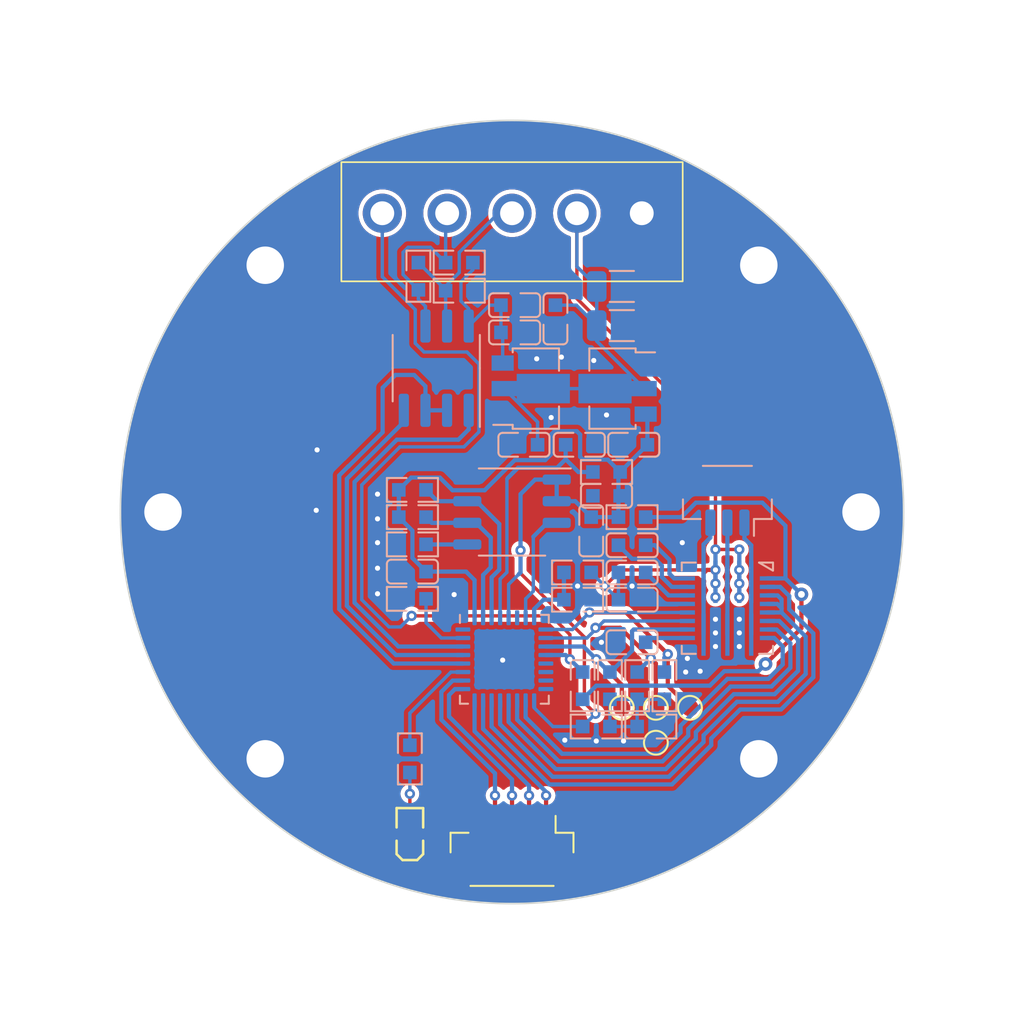
<source format=kicad_pcb>
(kicad_pcb (version 20221018) (generator pcbnew)
  (layers (0 "F.Cu" signal) (31 "B.Cu" signal) (34 "B.Paste" user) (35 "F.Paste" user) (36 "B.SilkS" user "B.Silkscreen") (37 "F.SilkS" user "F.Silkscreen") (38 "B.Mask" user) (39 "F.Mask" user) (44 "Edge.Cuts" user))
  (net 0 "")
  (net 1 "/Driver/CP2")
  (net 2 "GND")
  (net 3 "/Driver/CP1")
  (net 4 "VBUS")
  (net 5 "/Driver/VCP")
  (net 6 "+3V3")
  (net 7 "/Driver/VG")
  (net 8 "/Driver/SOC")
  (net 9 "/Driver/SOB")
  (net 10 "/Driver/SOA")
  (net 11 "/Driver/U")
  (net 12 "/Driver/V")
  (net 13 "/Driver/W")
  (net 14 "/MCU/SWDIO")
  (net 15 "/MCU/SWCLK")
  (net 16 "/Encoder/SDA")
  (net 17 "/Encoder/SCL")
  (net 18 "Net-(U2-PGO)")
  (net 19 "/Encoder/OUT")
  (net 20 "/MCU/nRST")
  (net 21 "/MCU/TXD")
  (net 22 "/MCU/RXD")
  (net 23 "/MCU/RS485_DIR")
  (net 24 "/Driver/nFLT")
  (net 25 "/Driver/nSLP")
  (net 26 "/Driver/ENA")
  (net 27 "/Driver/PWMA")
  (net 28 "/Driver/PWMB")
  (net 29 "/Driver/PWMC")
  (net 30 "+5V")
  (net 31 "/RS485/A+")
  (net 32 "/RS485/B-")
  (net 33 "Net-(R1-Pad2)")
  (net 34 "/MCU/BOOT0")
  (net 36 "/MCU/ADC_VBUS")
  (net 42 "/MCU/UART2_RXD")
  (net 43 "/MCU/UART2_TXD")
  (net 44 "BRK")
  (net 45 "Net-(D1-A)")
  (net 46 "/MCU/LED")
  (footprint "Connector_JST:JST_SH_BM05B-SRSS-TB_1x05-1MP_P1.00mm_Vertical" (layer "F.Cu") (at 140 109.95 180)
    (fp_text reference "J2" hide)
    (fp_text value "Debug")
  )
  (footprint "TestPoint:TestPoint_Pad_D1.0mm" (layer "F.Cu") (at 148.45 103.55)
    (fp_text reference "TP4" hide)
    (fp_text value "TestPoint")
  )
  (footprint "TestPoint:TestPoint_Pad_D1.0mm" (layer "F.Cu") (at 146.45 101.5)
    (fp_text reference "TP3" hide)
    (fp_text value "TestPoint")
  )
  (footprint "myDevice:0603_LED" (layer "F.Cu") (at 134 108.92 90)
    (fp_text reference "D1" hide)
    (fp_text value "LED")
  )
  (footprint "myLib:KF2EDGV" (layer "F.Cu") (at 140 72.45)
    (fp_text reference "J3" hide)
    (fp_text value "KF2EDGV")
  )
  (footprint "TestPoint:TestPoint_Pad_D1.0mm" (layer "F.Cu") (at 150.45 101.5)
    (fp_text reference "TP1" hide)
    (fp_text value "TestPoint")
  )
  (footprint "TestPoint:TestPoint_Pad_D1.0mm" (layer "F.Cu") (at 148.45 101.5)
    (fp_text reference "TP2" hide)
    (fp_text value "TestPoint")
  )
  (footprint "Connector_JST:JST_SH_BM03B-SRSS-TB_1x03-1MP_P1.00mm_Vertical" (layer "B.Cu") (at 152.65 89.3 180)
    (fp_text reference "J1" hide)
    (fp_text value "Motor")
  )
  (footprint "myDevice:0603_C" (layer "B.Cu") (at 134.15 93.5 180)
    (fp_text reference "C21" hide)
    (fp_text value "100nF")
  )
  (footprint "myDevice:0603_C" (layer "B.Cu") (at 140.15 77.85)
    (fp_text reference "C12" hide)
    (fp_text value "1uF")
  )
  (footprint "myDevice:0603_R" (layer "B.Cu") (at 136.9 77 180)
    (fp_text reference "R11" hide)
    (fp_text value "10K" hide)
  )
  (footprint "myDevice:0603_R" (layer "B.Cu") (at 147.05 90.3)
    (fp_text reference "R13" hide)
    (fp_text value "10K" hide)
  )
  (footprint "myDevice:0603_C" (layer "B.Cu") (at 140.15 79.45)
    (fp_text reference "C7" hide)
    (fp_text value "4.7uF")
  )
  (footprint "myDevice:0603_R" (layer "B.Cu") (at 145.55 87.65)
    (fp_text reference "R10" hide)
    (fp_text value "10K" hide)
  )
  (footprint "myDevice:0603_R" (layer "B.Cu") (at 144.15 100.2 90)
    (fp_text reference "R15" hide)
    (fp_text value "10K" hide)
  )
  (footprint "MountingHole:MountingHole_2.2mm_M2_Pad_TopBottom" (layer "B.Cu") (at 119.5 90 180)
    (fp_text reference "H1" hide)
    (fp_text value "MountingHole_Pad")
  )
  (footprint "Capacitor_SMD:C_1206_3216Metric" (layer "B.Cu") (at 146.45 76.75)
    (fp_text reference "C8" hide)
    (fp_text value "10uF")
  )
  (footprint "MountingHole:MountingHole_2.2mm_M2_Pad_TopBottom" (layer "B.Cu") (at 154.495688 104.495688 180)
    (fp_text reference "H3" hide)
    (fp_text value "MountingHole_Pad")
  )
  (footprint "myDevice:0603_R" (layer "B.Cu") (at 148.15 102.6)
    (fp_text reference "R9" hide)
    (fp_text value "5K" hide)
  )
  (footprint "myDevice:0603_C" (layer "B.Cu") (at 142.55 78.65 -90)
    (fp_text reference "C15" hide)
    (fp_text value "4.7uF")
  )
  (footprint "myLib:QFN-26(5x5)" (layer "B.Cu") (at 152.65 95.649937 180)
    (fp_text reference "U1" hide)
    (fp_text value "MP6540" hide)
  )
  (footprint "MountingHole:MountingHole_2.2mm_M2_Pad_TopBottom" (layer "B.Cu") (at 160.5 90 180)
    (fp_text reference "H4" hide)
    (fp_text value "MountingHole_Pad")
  )
  (footprint "MountingHole:MountingHole_2.2mm_M2_Pad_TopBottom" (layer "B.Cu") (at 125.504312 104.495688 180)
    (fp_text reference "H2" hide)
    (fp_text value "MountingHole_Pad")
  )
  (footprint "myDevice:0603_R" (layer "B.Cu") (at 134.15 88.7 180)
    (fp_text reference "R4" hide)
    (fp_text value "4.7K" hide)
  )
  (footprint "myDevice:0603_R" (layer "B.Cu") (at 143.85 95.15)
    (fp_text reference "R18" hide)
    (fp_text value "1K" hide)
  )
  (footprint "Capacitor_SMD:C_1206_3216Metric" (layer "B.Cu") (at 146.45 79.05)
    (fp_text reference "C9" hide)
    (fp_text value "10uF")
  )
  (footprint "myDevice:0603_R" (layer "B.Cu") (at 134 104.5 90)
    (fp_text reference "R16" hide)
    (fp_text value "1K" hide)
  )
  (footprint "Package_TO_SOT_SMD:SOT-89-3" (layer "B.Cu") (at 141.4 82.75)
    (fp_text reference "U4" hide)
    (fp_text value "HT7150")
  )
  (footprint "Package_SO:SOIC-8_3.9x4.9mm_P1.27mm" (layer "B.Cu") (at 135.55 81.55 90)
    (fp_text reference "U5" hide)
    (fp_text value "MAX3485")
  )
  (footprint "myDevice:0603_C" (layer "B.Cu") (at 140.7 86.05 180)
    (fp_text reference "C3" hide)
    (fp_text value "4.7uF")
  )
  (footprint "myDevice:0603_R" (layer "B.Cu") (at 148.95 100.2 -90)
    (fp_text reference "R1" hide)
    (fp_text value "5K" hide)
  )
  (footprint "MountingHole:MountingHole_2.2mm_M2_Pad_TopBottom" (layer "B.Cu") (at 154.495689 75.504311 180)
    (fp_text reference "H5" hide)
    (fp_text value "MountingHole_Pad")
  )
  (footprint "myDevice:0603_R" (layer "B.Cu") (at 144.95 102.6)
    (fp_text reference "R8" hide)
    (fp_text value "5K" hide)
  )
  (footprint "myDevice:0603_C" (layer "B.Cu") (at 145.55 89.05)
    (fp_text reference "C23" hide)
    (fp_text value "4.7uF")
  )
  (footprint "myDevice:0603_R" (layer "B.Cu") (at 136.9 75.35)
    (fp_text reference "R14" hide)
    (fp_text value "10K" hide)
  )
  (footprint "myDevice:0603_R" (layer "B.Cu") (at 145.75 100.199999 -90)
    (fp_text reference "R6" hide)
    (fp_text value "5K" hide)
  )
  (footprint "myDevice:0603_R" (layer "B.Cu") (at 134.15 90.3 180)
    (fp_text reference "R3" hide)
    (fp_text value "4.7K" hide)
  )
  (footprint "Package_TO_SOT_SMD:SOT-89-3" (layer "B.Cu") (at 145.9 82.75 180)
    (fp_text reference "U3" hide)
    (fp_text value "HT7533")
  )
  (footprint "myDevice:0603_R" (layer "B.Cu") (at 134.15 95.1)
    (fp_text reference "R7" hide)
    (fp_text value "10K" hide)
  )
  (footprint "myDevice:0603_C" (layer "B.Cu") (at 147.05 91.95 180)
    (fp_text reference "C1" hide)
    (fp_text value "0.1uF")
  )
  (footprint "myDevice:0603_C" (layer "B.Cu") (at 147.05 93.55)
    (fp_text reference "C5" hide)
    (fp_text value "1uF")
  )
  (footprint "myDevice:0603_R" (layer "B.Cu") (at 143.85 93.55 180)
    (fp_text reference "R17" hide)
    (fp_text value "5K" hide)
  )
  (footprint "myDevice:0603_R" (layer "B.Cu") (at 134.15 91.9)
    (fp_text reference "R2" hide)
    (fp_text value "0R" hide)
  )
  (footprint "MountingHole:MountingHole_2.2mm_M2_Pad_TopBottom" (layer "B.Cu") (at 125.504312 75.504312 180)
    (fp_text reference "H6" hide)
    (fp_text value "MountingHole_Pad")
  )
  (footprint "myDevice:0603_C" (layer "B.Cu") (at 144.65 91.1 90)
    (fp_text reference "C6" hide)
    (fp_text value "0.1uF")
  )
  (footprint "myDevice:0603_C" (layer "B.Cu") (at 143.95 86.05 180)
    (fp_text reference "C2" hide)
    (fp_text value "100nF")
  )
  (footprint "myDevice:0603_C" (layer "B.Cu") (at 147.15 86.05 180)
    (fp_text reference "C16" hide)
    (fp_text value "4.7uF")
  )
  (footprint "myDevice:0603_C" (layer "B.Cu") (at 147.05 95.15)
    (fp_text reference "C11" hide)
    (fp_text value "0.1uF")
  )
  (footprint "myDevice:0603_C" (layer "B.Cu") (at 147.05 97.65)
    (fp_text reference "C10" hide)
    (fp_text value "4.7uF")
  )
  (footprint "myDevice:0603_R" (layer "B.Cu") (at 147.35 100.2 -90)
    (fp_text reference "R5" hide)
    (fp_text value "5K" hide)
  )
  (footprint "Package_SO:SOP-8_3.9x4.9mm_P1.27mm" (layer "B.Cu") (at 140 90 180)
    (fp_text reference "U2" hide)
    (fp_text value "AS5600")
  )
  (footprint "Package_DFN_QFN:QFN-32-1EP_5x5mm_P0.5mm_EP3.3x3.3mm" (layer "B.Cu") (at 139.55 98.65 -90)
    (fp_text reference "U6" hide)
    (fp_text value "CW32F030K8")
  )
  (footprint "myDevice:0603_R" (layer "B.Cu") (at 134.5 76.15 -90)
    (fp_text reference "R12" hide)
    (fp_text value "120R" hide)
  )
  (gr_circle (center 140 90) (end 163 90) (stroke (width 0.1)) (fill none) (layer "Edge.Cuts"))
  (segment (start 149.25 92.813604) (end 148.386396 91.95) (width 0.25) (layer "B.Cu") (net 1))
  (segment (start 148.386396 91.95) (end 147.85 91.95) (width 0.25) (layer "B.Cu") (net 1))
  (segment (start 149.522288 93.899496) (end 149.25 93.627208) (width 0.25) (layer "B.Cu") (net 1))
  (segment (start 150.3 93.899496) (end 149.522288 93.899496) (width 0.25) (layer "B.Cu") (net 1))
  (segment (start 149.25 93.627208) (end 149.25 92.813604) (width 0.25) (layer "B.Cu") (net 1))
  (via (at 143.85 94.35) (size 0.6) (drill 0.3) (layers "F.Cu" "B.Cu") (net 2))
  (via (at 146.55 103.45) (size 0.6) (drill 0.3) (layers "F.Cu" "B.Cu") (net 2))
  (via (at 128.55 86.35) (size 0.6) (drill 0.3) (layers "F.Cu" "B.Cu") (net 2))
  (via (at 153.35 97.9) (size 0.6) (drill 0.3) (layers "F.Cu" "B.Cu") (net 2))
  (via (at 144.8 81.1) (size 0.6) (drill 0.3) (layers "F.Cu" "B.Cu") (net 2))
  (via (at 132.1 88.95) (size 0.6) (drill 0.3) (layers "F.Cu" "B.Cu") (net 2))
  (via (at 145.55 84.3) (size 0.6) (drill 0.3) (layers "F.Cu" "B.Cu") (net 2))
  (via (at 150.3 98.6) (size 0.6) (drill 0.3) (layers "F.Cu" "B.Cu") (net 2))
  (via (at 151.05 99.35) (size 0.6) (drill 0.3) (layers "F.Cu" "B.Cu") (net 2))
  (via (at 132.1 93.3) (size 0.6) (drill 0.3) (layers "F.Cu" "B.Cu") (net 2))
  (via (at 151.95 97.1) (size 0.6) (drill 0.3) (layers "F.Cu" "B.Cu") (net 2))
  (via (at 141.45 81) (size 0.6) (drill 0.3) (layers "F.Cu" "B.Cu") (net 2))
  (via (at 151.95 97.9) (size 0.6) (drill 0.3) (layers "F.Cu" "B.Cu") (net 2))
  (via (at 145.25 97.65) (size 0.6) (drill 0.3) (layers "F.Cu" "B.Cu") (net 2))
  (via (at 150.2 99.4) (size 0.6) (drill 0.3) (layers "F.Cu" "B.Cu") (net 2))
  (via (at 132.1 91.8) (size 0.6) (drill 0.3) (layers "F.Cu" "B.Cu") (net 2))
  (via (at 150 91.8) (size 0.6) (drill 0.3) (layers "F.Cu" "B.Cu") (net 2))
  (via (at 142.3 84.45) (size 0.6) (drill 0.3) (layers "F.Cu" "B.Cu") (net 2))
  (via (at 153.35 96.3) (size 0.6) (drill 0.3) (layers "F.Cu" "B.Cu") (net 2))
  (via (at 144.95 103.45) (size 0.6) (drill 0.3) (layers "F.Cu" "B.Cu") (net 2))
  (via (at 132.1 94.8) (size 0.6) (drill 0.3) (layers "F.Cu" "B.Cu") (net 2))
  (via (at 139.45 98.7) (size 0.6) (drill 0.3) (layers "F.Cu" "B.Cu") (net 2))
  (via (at 136.6 94.85) (size 0.6) (drill 0.3) (layers "F.Cu" "B.Cu") (net 2))
  (via (at 143.1 103.4) (size 0.6) (drill 0.3) (layers "F.Cu" "B.Cu") (net 2))
  (via (at 128.5 89.9) (size 0.6) (drill 0.3) (layers "F.Cu" "B.Cu") (net 2))
  (via (at 142.9 80.9) (size 0.6) (drill 0.3) (layers "F.Cu" "B.Cu") (net 2))
  (via (at 153.35 97.1) (size 0.6) (drill 0.3) (layers "F.Cu" "B.Cu") (net 2))
  (via (at 132.1 90.4) (size 0.6) (drill 0.3) (layers "F.Cu" "B.Cu") (net 2))
  (via (at 147.05 94.35) (size 0.6) (drill 0.3) (layers "F.Cu" "B.Cu") (net 2))
  (via (at 151.95 96.3) (size 0.6) (drill 0.3) (layers "F.Cu" "B.Cu") (net 2))
  (segment (start 148.099874 95.399874) (end 147.85 95.15) (width 0.25) (layer "B.Cu") (net 2))
  (segment (start 151.05 99.35) (end 151.331624 99.35) (width 0.25) (layer "B.Cu") (net 2))
  (segment (start 153.350126 98.694536) (end 153.35 97.9) (width 0.25) (layer "B.Cu") (net 2))
  (segment (start 151.331624 99.35) (end 151.781624 98.9) (width 0.25) (layer "B.Cu") (net 2))
  (segment (start 151.781624 98.9) (end 153.144662 98.9) (width 0.25) (layer "B.Cu") (net 2))
  (segment (start 150.3 95.399874) (end 148.099874 95.399874) (width 0.25) (layer "B.Cu") (net 2))
  (segment (start 153.350126 97.199936) (end 153.35 97.1) (width 0.25) (layer "B.Cu") (net 2))
  (segment (start 153.35 97.1) (end 153.35 97.9) (width 0.25) (layer "B.Cu") (net 2))
  (segment (start 147.85 95.15) (end 147.05 94.35) (width 0.25) (layer "B.Cu") (net 2))
  (segment (start 153.144662 98.9) (end 153.350126 98.694536) (width 0.25) (layer "B.Cu") (net 2))
  (segment (start 150.3 94.399622) (end 149.386018 94.399622) (width 0.25) (layer "B.Cu") (net 3))
  (segment (start 148.8 93.813604) (end 148.8 93.15) (width 0.25) (layer "B.Cu") (net 3))
  (segment (start 148.4 92.75) (end 147.05 92.75) (width 0.25) (layer "B.Cu") (net 3))
  (segment (start 149.386018 94.399622) (end 148.8 93.813604) (width 0.25) (layer "B.Cu") (net 3))
  (segment (start 147.05 92.75) (end 146.25 91.95) (width 0.25) (layer "B.Cu") (net 3))
  (segment (start 148.8 93.15) (end 148.4 92.75) (width 0.25) (layer "B.Cu") (net 3))
  (segment (start 151.45 93.4) (end 151.3 93.55) (width 0.25) (layer "F.Cu") (net 4))
  (segment (start 151.15 93.4) (end 151.3 93.55) (width 0.2) (layer "F.Cu") (net 4))
  (segment (start 151.95 92.2) (end 153.35 92.2) (width 0.2) (layer "F.Cu") (net 4))
  (segment (start 145.45 94.35) (end 146.4 93.4) (width 0.2) (layer "F.Cu") (net 4))
  (segment (start 151.95 85.6) (end 151.95 92.2) (width 0.2) (layer "F.Cu") (net 4))
  (segment (start 151.95 93.4) (end 151.45 93.4) (width 0.25) (layer "F.Cu") (net 4))
  (segment (start 153.35 92.2) (end 153.35 95) (width 0.2) (layer "F.Cu") (net 4))
  (segment (start 146.4 93.4) (end 151.15 93.4) (width 0.2) (layer "F.Cu") (net 4))
  (segment (start 151.95 92.2) (end 151.95 95) (width 0.2) (layer "F.Cu") (net 4))
  (segment (start 143.81 77.46) (end 151.95 85.6) (width 0.2) (layer "F.Cu") (net 4))
  (segment (start 143.81 72.45) (end 143.81 77.46) (width 0.2) (layer "F.Cu") (net 4))
  (via (at 151.95 95) (size 0.6) (drill 0.3) (layers "F.Cu" "B.Cu") (net 4))
  (via (at 153.35 94.2) (size 0.6) (drill 0.3) (layers "F.Cu" "B.Cu") (net 4))
  (via (at 151.95 93.4) (size 0.6) (drill 0.3) (layers "F.Cu" "B.Cu") (net 4))
  (via (at 153.35 93.4) (size 0.6) (drill 0.3) (layers "F.Cu" "B.Cu") (net 4))
  (via (at 151.95 94.2) (size 0.6) (drill 0.3) (layers "F.Cu" "B.Cu") (net 4))
  (via (at 153.35 95) (size 0.6) (drill 0.3) (layers "F.Cu" "B.Cu") (net 4))
  (via (at 145.45 94.35) (size 0.6) (drill 0.3) (layers "F.Cu" "B.Cu") (net 4))
  (via (at 151.95 92.2) (size 0.6) (drill 0.3) (layers "F.Cu" "B.Cu") (net 4))
  (via (at 153.35 92.2) (size 0.6) (drill 0.3) (layers "F.Cu" "B.Cu") (net 4))
  (segment (start 151.949874 92.200126) (end 151.95 92.2) (width 0.25) (layer "B.Cu") (net 4))
  (segment (start 151.949874 94.099938) (end 151.95 94.2) (width 0.25) (layer "B.Cu") (net 4))
  (segment (start 153.350126 92.200126) (end 153.35 92.2) (width 0.25) (layer "B.Cu") (net 4))
  (segment (start 141.5 86.05) (end 141.5 84.7125) (width 0.2) (layer "B.Cu") (net 4))
  (segment (start 151.95 93.4) (end 151.949874 92.200126) (width 0.25) (layer "B.Cu") (net 4))
  (segment (start 146.25 95.15) (end 146.25 93.55) (width 0.2) (layer "B.Cu") (net 4))
  (segment (start 144.975 79.05) (end 144.975 79.9625) (width 0.2) (layer "B.Cu") (net 4))
  (segment (start 153.350126 94.099938) (end 153.35 94.2) (width 0.25) (layer "B.Cu") (net 4))
  (segment (start 141.5 84.7125) (end 139.5375 82.75) (width 0.2) (layer "B.Cu") (net 4))
  (segment (start 143.775 77.85) (end 144.975 79.05) (width 0.2) (layer "B.Cu") (net 4))
  (segment (start 144.975 76.75) (end 144.975 79.05) (width 0.2) (layer "B.Cu") (net 4))
  (segment (start 151.95 94.2) (end 151.95 93.4) (width 0.25) (layer "B.Cu") (net 4))
  (segment (start 143.81 75.585) (end 144.975 76.75) (width 0.2) (layer "B.Cu") (net 4))
  (segment (start 147.7625 82.75) (end 139.5375 82.75) (width 0.2) (layer "B.Cu") (net 4))
  (segment (start 153.35 94.2) (end 153.35 93.4) (width 0.25) (layer "B.Cu") (net 4))
  (segment (start 143.81 72.45) (end 143.81 75.585) (width 0.2) (layer "B.Cu") (net 4))
  (segment (start 144.975 79.9625) (end 147.7625 82.75) (width 0.2) (layer "B.Cu") (net 4))
  (segment (start 145.45 94.35) (end 144.65 93.55) (width 0.2) (layer "B.Cu") (net 4))
  (segment (start 142.55 77.85) (end 143.775 77.85) (width 0.2) (layer "B.Cu") (net 4))
  (segment (start 153.35 93.4) (end 153.350126 92.200126) (width 0.25) (layer "B.Cu") (net 4))
  (segment (start 146.25 95.15) (end 145.45 94.35) (width 0.2) (layer "B.Cu") (net 4))
  (segment (start 150.3 94.899748) (end 149.199748 94.899748) (width 0.25) (layer "B.Cu") (net 5))
  (segment (start 149.199748 94.899748) (end 147.85 93.55) (width 0.25) (layer "B.Cu") (net 5))
  (segment (start 144.9 101.85) (end 144.25 101.2) (width 0.2) (layer "F.Cu") (net 6))
  (segment (start 144.25 101.2) (end 144.25 97.35) (width 0.2) (layer "F.Cu") (net 6))
  (segment (start 140.5 93.6) (end 140.5 92.25) (width 0.2) (layer "F.Cu") (net 6))
  (segment (start 144.25 97.35) (end 140.5 93.6) (width 0.2) (layer "F.Cu") (net 6))
  (via (at 140.5 92.25) (size 0.6) (drill 0.3) (layers "F.Cu" "B.Cu") (net 6))
  (via (at 144.9 101.85) (size 0.6) (drill 0.3) (layers "F.Cu" "B.Cu") (net 6))
  (segment (start 144.175 86.925) (end 144 86.75) (width 0.25) (layer "B.Cu") (net 6))
  (segment (start 146.35 87.65) (end 145.625 86.925) (width 0.25) (layer "B.Cu") (net 6))
  (segment (start 146.25 87.75) (end 146.35 87.65) (width 0.25) (layer "B.Cu") (net 6))
  (segment (start 137.8 94) (end 137.8 96.2125) (width 0.25) (layer "B.Cu") (net 6))
  (segment (start 142.4 102.6) (end 144.15 102.6) (width 0.2) (layer "B.Cu") (net 6))
  (segment (start 141.355 88.095) (end 142.625 88.095) (width 0.25) (layer "B.Cu") (net 6))
  (segment (start 140.5 92.25) (end 140.5 88.95) (width 0.25) (layer "B.Cu") (net 6))
  (segment (start 142.4 102.6) (end 141.3 101.5) (width 0.2) (layer "B.Cu") (net 6))
  (segment (start 144.65 90.3) (end 146.25 90.3) (width 0.25) (layer "B.Cu") (net 6))
  (segment (start 140.5 88.95) (end 141.355 88.095) (width 0.25) (layer "B.Cu") (net 6))
  (segment (start 137.3 93.5) (end 137.8 94) (width 0.25) (layer "B.Cu") (net 6))
  (segment (start 144 86.75) (end 144 85.45) (width 0.25) (layer "B.Cu") (net 6))
  (segment (start 136.503249 88.72) (end 135.758249 87.975) (width 0.25) (layer "B.Cu") (net 6))
  (segment (start 141.95 86.95) (end 140.163604 86.95) (width 0.25) (layer "B.Cu") (net 6))
  (segment (start 146.35 87.65) (end 147.95 86.05) (width 0.25) (layer "B.Cu") (net 6))
  (segment (start 138.393604 88.72) (end 136.503249 88.72) (width 0.25) (layer "B.Cu") (net 6))
  (segment (start 146.25 90.3) (end 146.25 87.75) (width 0.25) (layer "B.Cu") (net 6))
  (segment (start 135.758249 87.975) (end 134.075 87.975) (width 0.25) (layer "B.Cu") (net 6))
  (segment (start 139.8 94.25) (end 140.4 93.65) (width 0.2) (layer "B.Cu") (net 6))
  (segment (start 143.8 85.25) (end 142.5 85.25) (width 0.25) (layer "B.Cu") (net 6))
  (segment (start 147.95 86.05) (end 147.95 84.35) (width 0.25) (layer "B.Cu") (net 6))
  (segment (start 144.15 102.6) (end 144.9 101.85) (width 0.2) (layer "B.Cu") (net 6))
  (segment (start 142.5 85.25) (end 142.3 85.45) (width 0.25) (layer "B.Cu") (net 6))
  (segment (start 142.625 89.365) (end 142.625 88.095) (width 0.25) (layer "B.Cu") (net 6))
  (segment (start 133.35 90.3) (end 134.15 91.1) (width 0.25) (layer "B.Cu") (net 6))
  (segment (start 140.5 93.55) (end 140.5 92.25) (width 0.25) (layer "B.Cu") (net 6))
  (segment (start 145.625 86.925) (end 144.175 86.925) (width 0.25) (layer "B.Cu") (net 6))
  (segment (start 142.3 86.6) (end 141.95 86.95) (width 0.25) (layer "B.Cu") (net 6))
  (segment (start 144 85.45) (end 143.8 85.25) (width 0.25) (layer "B.Cu") (net 6))
  (segment (start 140.4 93.65) (end 140.5 93.55) (width 0.25) (layer "B.Cu") (net 6))
  (segment (start 137.3 93.5) (end 134.95 93.5) (width 0.25) (layer "B.Cu") (net 6))
  (segment (start 139.8 96.2125) (end 139.8 94.25) (width 0.2) (layer "B.Cu") (net 6))
  (segment (start 134.075 87.975) (end 133.35 88.7) (width 0.25) (layer "B.Cu") (net 6))
  (segment (start 134.15 92.7) (end 134.95 93.5) (width 0.25) (layer "B.Cu") (net 6))
  (segment (start 141.3 101.5) (end 141.3 101.0875) (width 0.2) (layer "B.Cu") (net 6))
  (segment (start 133.35 88.7) (end 133.35 90.3) (width 0.25) (layer "B.Cu") (net 6))
  (segment (start 143.715 89.365) (end 144.65 90.3) (width 0.25) (layer "B.Cu") (net 6))
  (segment (start 147.95 84.35) (end 147.85 84.25) (width 0.25) (layer "B.Cu") (net 6))
  (segment (start 134.15 91.1) (end 134.15 92.7) (width 0.25) (layer "B.Cu") (net 6))
  (segment (start 140.163604 86.95) (end 138.393604 88.72) (width 0.25) (layer "B.Cu") (net 6))
  (segment (start 142.3 85.45) (end 142.3 86.6) (width 0.25) (layer "B.Cu") (net 6))
  (segment (start 142.625 89.365) (end 143.715 89.365) (width 0.25) (layer "B.Cu") (net 6))
  (segment (start 150.3 97.400378) (end 148.099622 97.400378) (width 0.25) (layer "B.Cu") (net 7))
  (segment (start 148.099622 97.400378) (end 147.85 97.65) (width 0.25) (layer "B.Cu") (net 7))
  (segment (start 149.15 100.2) (end 150.45 101.5) (width 0.25) (layer "F.Cu") (net 8))
  (segment (start 149.15 98.35) (end 149.15 100.2) (width 0.25) (layer "F.Cu") (net 8))
  (segment (start 146.7 95.9) (end 144.55 95.9) (width 0.25) (layer "F.Cu") (net 8))
  (segment (start 149.15 98.35) (end 146.7 95.9) (width 0.25) (layer "F.Cu") (net 8))
  (via (at 144.55 95.9) (size 0.6) (drill 0.3) (layers "F.Cu" "B.Cu") (net 8))
  (via (at 149.15 98.35) (size 0.6) (drill 0.3) (layers "F.Cu" "B.Cu") (net 8))
  (segment (start 148.95 98.55) (end 149.15 98.35) (width 0.25) (layer "B.Cu") (net 8))
  (segment (start 148.95 99.4) (end 148.95 98.55) (width 0.25) (layer "B.Cu") (net 8))
  (segment (start 150.3 95.9) (end 144.55 95.9) (width 0.2) (layer "B.Cu") (net 8))
  (segment (start 143.55 96.9) (end 141.9875 96.9) (width 0.2) (layer "B.Cu") (net 8))
  (segment (start 144.55 95.9) (end 143.55 96.9) (width 0.2) (layer "B.Cu") (net 8))
  (segment (start 148.15 98.6) (end 148.45 98.9) (width 0.25) (layer "F.Cu") (net 9))
  (segment (start 148.45 98.9) (end 148.45 101.5) (width 0.25) (layer "F.Cu") (net 9))
  (segment (start 146.35 96.8) (end 144.9 96.8) (width 0.25) (layer "F.Cu") (net 9))
  (segment (start 148.15 98.6) (end 146.35 96.8) (width 0.25) (layer "F.Cu") (net 9))
  (via (at 144.9 96.8) (size 0.6) (drill 0.3) (layers "F.Cu" "B.Cu") (net 9))
  (via (at 148.15 98.6) (size 0.6) (drill 0.3) (layers "F.Cu" "B.Cu") (net 9))
  (segment (start 150.3 96.400126) (end 145.399874 96.400126) (width 0.2) (layer "B.Cu") (net 9))
  (segment (start 145 96.8) (end 144.9 96.8) (width 0.2) (layer "B.Cu") (net 9))
  (segment (start 144.4 97.4) (end 141.9875 97.4) (width 0.2) (layer "B.Cu") (net 9))
  (segment (start 144.9 96.9) (end 144.4 97.4) (width 0.2) (layer "B.Cu") (net 9))
  (segment (start 145.399874 96.400126) (end 145 96.8) (width 0.2) (layer "B.Cu") (net 9))
  (segment (start 144.9 96.8) (end 144.9 96.9) (width 0.2) (layer "B.Cu") (net 9))
  (segment (start 147.35 99.4) (end 148.15 98.6) (width 0.25) (layer "B.Cu") (net 9))
  (segment (start 144.95 98.65) (end 146.45 100.15) (width 0.25) (layer "F.Cu") (net 10))
  (segment (start 146.45 100.15) (end 146.45 101.5) (width 0.25) (layer "F.Cu") (net 10))
  (via (at 144.95 98.65) (size 0.6) (drill 0.3) (layers "F.Cu" "B.Cu") (net 10))
  (segment (start 147.149748 96.900252) (end 147.05 97) (width 0.25) (layer "B.Cu") (net 10))
  (segment (start 145.800001 99.399999) (end 145.75 99.399999) (width 0.25) (layer "B.Cu") (net 10))
  (segment (start 147.05 98.15) (end 145.800001 99.399999) (width 0.25) (layer "B.Cu") (net 10))
  (segment (start 145.699999 99.399999) (end 145.75 99.399999) (width 0.25) (layer "B.Cu") (net 10))
  (segment (start 144.95 98.65) (end 144.2 97.9) (width 0.25) (layer "B.Cu") (net 10))
  (segment (start 144.2 97.9) (end 141.9875 97.9) (width 0.25) (layer "B.Cu") (net 10))
  (segment (start 150.3 96.900252) (end 147.149748 96.900252) (width 0.25) (layer "B.Cu") (net 10))
  (segment (start 147.05 97) (end 147.05 98.15) (width 0.25) (layer "B.Cu") (net 10))
  (segment (start 144.95 98.65) (end 145.699999 99.399999) (width 0.25) (layer "B.Cu") (net 10))
  (segment (start 153.65 90.625) (end 153.65 91.55) (width 0.25) (layer "B.Cu") (net 11))
  (segment (start 154.050252 91.950252) (end 154.050252 94.099938) (width 0.25) (layer "B.Cu") (net 11))
  (segment (start 154.050252 97.199936) (end 154.050252 94.099938) (width 0.25) (layer "B.Cu") (net 11))
  (segment (start 153.65 91.55) (end 154.050252 91.950252) (width 0.25) (layer "B.Cu") (net 11))
  (segment (start 152.65 94.099938) (end 152.65 90.625) (width 0.25) (layer "B.Cu") (net 12))
  (segment (start 152.65 97.199936) (end 152.65 94.099938) (width 0.25) (layer "B.Cu") (net 12))
  (segment (start 151.65 90.625) (end 151.65 91.5) (width 0.25) (layer "B.Cu") (net 13))
  (segment (start 151.249748 91.900252) (end 151.249748 94.099938) (width 0.25) (layer "B.Cu") (net 13))
  (segment (start 151.249748 97.199936) (end 151.249748 94.099938) (width 0.25) (layer "B.Cu") (net 13))
  (segment (start 151.65 91.5) (end 151.249748 91.900252) (width 0.25) (layer "B.Cu") (net 13))
  (segment (start 142 106.65) (end 142 108.625) (width 0.25) (layer "F.Cu") (net 14))
  (via (at 142 106.65) (size 0.6) (drill 0.3) (layers "F.Cu" "B.Cu") (net 14))
  (segment (start 142 106.440812) (end 138.3 102.740812) (width 0.25) (layer "B.Cu") (net 14))
  (segment (start 142 106.65) (end 142 106.440812) (width 0.25) (layer "B.Cu") (net 14))
  (segment (start 138.3 102.740812) (end 138.3 101.0875) (width 0.25) (layer "B.Cu") (net 14))
  (segment (start 141 106.65) (end 141 108.625) (width 0.25) (layer "F.Cu") (net 15))
  (via (at 141 106.65) (size 0.6) (drill 0.3) (layers "F.Cu" "B.Cu") (net 15))
  (segment (start 141 106.65) (end 141 106.077208) (width 0.25) (layer "B.Cu") (net 15))
  (segment (start 141 106.077208) (end 137.8 102.877208) (width 0.25) (layer "B.Cu") (net 15))
  (segment (start 137.8 102.877208) (end 137.8 101.0875) (width 0.25) (layer "B.Cu") (net 15))
  (segment (start 137.375 90.635) (end 137.885 90.635) (width 0.25) (layer "B.Cu") (net 16))
  (segment (start 137.885 90.635) (end 138.75 91.5) (width 0.25) (layer "B.Cu") (net 16))
  (segment (start 138.3 93.7) (end 138.3 96.2125) (width 0.25) (layer "B.Cu") (net 16))
  (segment (start 137.375 90.635) (end 135.285 90.635) (width 0.25) (layer "B.Cu") (net 16))
  (segment (start 138.75 93.25) (end 138.3 93.7) (width 0.25) (layer "B.Cu") (net 16))
  (segment (start 138.75 91.5) (end 138.75 93.25) (width 0.25) (layer "B.Cu") (net 16))
  (segment (start 135.285 90.635) (end 134.95 90.3) (width 0.25) (layer "B.Cu") (net 16))
  (segment (start 138.8 93.836396) (end 138.8 96.2125) (width 0.25) (layer "B.Cu") (net 17))
  (segment (start 137.375 89.365) (end 135.615 89.365) (width 0.25) (layer "B.Cu") (net 17))
  (segment (start 135.615 89.365) (end 134.95 88.7) (width 0.25) (layer "B.Cu") (net 17))
  (segment (start 137.915 89.365) (end 139.25 90.7) (width 0.25) (layer "B.Cu") (net 17))
  (segment (start 139.25 90.7) (end 139.25 93.386396) (width 0.25) (layer "B.Cu") (net 17))
  (segment (start 139.25 93.386396) (end 138.8 93.836396) (width 0.25) (layer "B.Cu") (net 17))
  (segment (start 137.865 89.365) (end 137.375 89.365) (width 0.25) (layer "B.Cu") (net 17))
  (segment (start 137.375 89.365) (end 137.915 89.365) (width 0.25) (layer "B.Cu") (net 17))
  (segment (start 134.955 91.905) (end 134.95 91.9) (width 0.25) (layer "B.Cu") (net 18))
  (segment (start 137.375 91.905) (end 134.955 91.905) (width 0.25) (layer "B.Cu") (net 18))
  (segment (start 141.25 91.45) (end 142.065 90.635) (width 0.25) (layer "B.Cu") (net 19))
  (segment (start 141.25 94.65) (end 141.25 91.45) (width 0.2) (layer "B.Cu") (net 19))
  (segment (start 142.065 90.635) (end 142.625 90.635) (width 0.25) (layer "B.Cu") (net 19))
  (segment (start 140.8 96.2125) (end 140.8 95.1) (width 0.2) (layer "B.Cu") (net 19))
  (segment (start 140.8 95.1) (end 141.25 94.65) (width 0.2) (layer "B.Cu") (net 19))
  (segment (start 142.65 87.4) (end 143.15 86.9) (width 0.25) (layer "B.Cu") (net 20))
  (segment (start 139.7 93.537436) (end 139.7 88.05) (width 0.2) (layer "B.Cu") (net 20))
  (segment (start 140.35 87.4) (end 142.65 87.4) (width 0.25) (layer "B.Cu") (net 20))
  (segment (start 143.15 86.05) (end 143.15 86.9) (width 0.25) (layer "B.Cu") (net 20))
  (segment (start 139.75 88) (end 140.35 87.4) (width 0.25) (layer "B.Cu") (net 20))
  (segment (start 139.3 93.937436) (end 139.7 93.537436) (width 0.2) (layer "B.Cu") (net 20))
  (segment (start 139.7 88.05) (end 139.75 88) (width 0.2) (layer "B.Cu") (net 20))
  (segment (start 139.3 96.2125) (end 139.3 93.937436) (width 0.2) (layer "B.Cu") (net 20))
  (segment (start 143.9 87.65) (end 144.75 87.65) (width 0.25) (layer "B.Cu") (net 20))
  (segment (start 143.15 86.9) (end 143.9 87.65) (width 0.25) (layer "B.Cu") (net 20))
  (segment (start 139 106.65) (end 139 108.625) (width 0.25) (layer "F.Cu") (net 21))
  (via (at 139 106.65) (size 0.6) (drill 0.3) (layers "F.Cu" "B.Cu") (net 21))
  (segment (start 137.1125 99.9) (end 136.513604 99.9) (width 0.25) (layer "B.Cu") (net 21))
  (segment (start 135.85 100.563604) (end 135.85 102.2) (width 0.25) (layer "B.Cu") (net 21))
  (segment (start 139 105.35) (end 139 106.65) (width 0.25) (layer "B.Cu") (net 21))
  (segment (start 135.85 102.2) (end 139 105.35) (width 0.25) (layer "B.Cu") (net 21))
  (segment (start 136.513604 99.9) (end 135.85 100.563604) (width 0.25) (layer "B.Cu") (net 21))
  (segment (start 140 106.65) (end 140 108.625) (width 0.25) (layer "F.Cu") (net 22))
  (via (at 140 106.65) (size 0.6) (drill 0.3) (layers "F.Cu" "B.Cu") (net 22))
  (segment (start 137.1125 100.4) (end 136.65 100.4) (width 0.25) (layer "B.Cu") (net 22))
  (segment (start 136.3 102.013604) (end 140 105.713604) (width 0.25) (layer "B.Cu") (net 22))
  (segment (start 140 105.713604) (end 140 106.65) (width 0.25) (layer "B.Cu") (net 22))
  (segment (start 136.3 100.75) (end 136.3 102.013604) (width 0.25) (layer "B.Cu") (net 22))
  (segment (start 136.65 100.4) (end 136.3 100.75) (width 0.25) (layer "B.Cu") (net 22))
  (segment (start 132.4 82.7) (end 132.4 85.313604) (width 0.25) (layer "B.Cu") (net 23))
  (segment (start 134.915 84.025) (end 134.915 82.615) (width 0.25) (layer "B.Cu") (net 23))
  (segment (start 134.915 82.615) (end 134.25 81.95) (width 0.25) (layer "B.Cu") (net 23))
  (segment (start 134.915 84.025) (end 136.185 84.025) (width 0.25) (layer "B.Cu") (net 23))
  (segment (start 130.4 87.313604) (end 130.386396 87.313604) (width 0.25) (layer "B.Cu") (net 23))
  (segment (start 129.85 95.7) (end 133.05 98.9) (width 0.25) (layer "B.Cu") (net 23))
  (segment (start 130.386396 87.313604) (end 129.85 87.85) (width 0.25) (layer "B.Cu") (net 23))
  (segment (start 129.85 87.85) (end 129.85 95.7) (width 0.25) (layer "B.Cu") (net 23))
  (segment (start 132.4 85.313604) (end 130.4 87.313604) (width 0.25) (layer "B.Cu") (net 23))
  (segment (start 134.25 81.95) (end 133.15 81.95) (width 0.25) (layer "B.Cu") (net 23))
  (segment (start 133.05 98.9) (end 137.1125 98.9) (width 0.25) (layer "B.Cu") (net 23))
  (segment (start 133.15 81.95) (end 132.4 82.7) (width 0.25) (layer "B.Cu") (net 23))
  (segment (start 156.999185 96.816224) (end 154.889909 98.9255) (width 0.25) (layer "F.Cu") (net 24))
  (segment (start 156.999185 94.837063) (end 156.999185 96.816224) (width 0.25) (layer "F.Cu") (net 24))
  (via (at 154.889909 98.9255) (size 0.8) (drill 0.4) (layers "F.Cu" "B.Cu") (net 24))
  (via (at 156.999185 94.837063) (size 0.8) (drill 0.4) (layers "F.Cu" "B.Cu") (net 24))
  (segment (start 154.7 89.45) (end 150.8 89.45) (width 0.25) (layer "B.Cu") (net 24))
  (segment (start 152.46802 99.35) (end 151.61802 100.2) (width 0.25) (layer "B.Cu") (net 24))
  (segment (start 151.61802 100.2) (end 144.95 100.2) (width 0.25) (layer "B.Cu") (net 24))
  (segment (start 144.95 100.2) (end 144.15 101) (width 0.25) (layer "B.Cu") (net 24))
  (segment (start 156.061618 90.811618) (end 154.7 89.45) (width 0.25) (layer "B.Cu") (net 24))
  (segment (start 154.465409 99.35) (end 152.46802 99.35) (width 0.25) (layer "B.Cu") (net 24))
  (segment (start 149.95 90.3) (end 147.85 90.3) (width 0.25) (layer "B.Cu") (net 24))
  (segment (start 154.889909 98.9255) (end 154.465409 99.35) (width 0.25) (layer "B.Cu") (net 24))
  (segment (start 156.061618 93.899496) (end 156.061618 90.811618) (width 0.25) (layer "B.Cu") (net 24))
  (segment (start 156.061618 93.899496) (end 156.999185 94.837063) (width 0.25) (layer "B.Cu") (net 24))
  (segment (start 150.8 89.45) (end 149.95 90.3) (width 0.25) (layer "B.Cu") (net 24))
  (segment (start 155 93.899496) (end 156.061618 93.899496) (width 0.25) (layer "B.Cu") (net 24))
  (segment (start 151.7 103.3) (end 151.7 103.695584) (width 0.25) (layer "B.Cu") (net 25))
  (segment (start 155.8 101.6) (end 153.4 101.6) (width 0.25) (layer "B.Cu") (net 25))
  (segment (start 155.749622 94.399622) (end 156.28077 94.93077) (width 0.25) (layer "B.Cu") (net 25))
  (segment (start 157.7 97.132834) (end 157.7 99.7) (width 0.25) (layer "B.Cu") (net 25))
  (segment (start 142.195584 106) (end 138.8 102.604416) (width 0.25) (layer "B.Cu") (net 25))
  (segment (start 156.28077 94.93077) (end 156.28077 95.713604) (width 0.25) (layer "B.Cu") (net 25))
  (segment (start 156.28077 95.713604) (end 157.7 97.132834) (width 0.25) (layer "B.Cu") (net 25))
  (segment (start 149.395584 106) (end 142.195584 106) (width 0.25) (layer "B.Cu") (net 25))
  (segment (start 153.4 101.6) (end 151.7 103.3) (width 0.25) (layer "B.Cu") (net 25))
  (segment (start 155 94.399622) (end 155.749622 94.399622) (width 0.25) (layer "B.Cu") (net 25))
  (segment (start 151.7 103.695584) (end 149.395584 106) (width 0.25) (layer "B.Cu") (net 25))
  (segment (start 157.7 99.7) (end 155.8 101.6) (width 0.25) (layer "B.Cu") (net 25))
  (segment (start 138.8 102.604416) (end 138.8 101.0875) (width 0.25) (layer "B.Cu") (net 25))
  (segment (start 155.599748 94.899748) (end 155.83077 95.13077) (width 0.25) (layer "B.Cu") (net 26))
  (segment (start 155.580644 95.399874) (end 155.83077 95.65) (width 0.25) (layer "B.Cu") (net 26))
  (segment (start 157.25 97.31923) (end 157.25 99.513604) (width 0.25) (layer "B.Cu") (net 26))
  (segment (start 155.83077 95.9) (end 155 95.9) (width 0.25) (layer "B.Cu") (net 26))
  (segment (start 153.213604 101.15) (end 151.25 103.113604) (width 0.25) (layer "B.Cu") (net 26))
  (segment (start 142.38198 105.55) (end 139.3 102.46802) (width 0.25) (layer "B.Cu") (net 26))
  (segment (start 155 94.899748) (end 155.599748 94.899748) (width 0.25) (layer "B.Cu") (net 26))
  (segment (start 157.25 99.513604) (end 155.613604 101.15) (width 0.25) (layer "B.Cu") (net 26))
  (segment (start 149.209188 105.55) (end 142.38198 105.55) (width 0.25) (layer "B.Cu") (net 26))
  (segment (start 151.25 103.113604) (end 151.25 103.509188) (width 0.25) (layer "B.Cu") (net 26))
  (segment (start 139.3 102.46802) (end 139.3 101.0875) (width 0.25) (layer "B.Cu") (net 26))
  (segment (start 155.613604 101.15) (end 153.213604 101.15) (width 0.25) (layer "B.Cu") (net 26))
  (segment (start 155.83077 95.9) (end 157.25 97.31923) (width 0.25) (layer "B.Cu") (net 26))
  (segment (start 155.83077 95.65) (end 155.83077 95.9) (width 0.25) (layer "B.Cu") (net 26))
  (segment (start 155 95.399874) (end 155.580644 95.399874) (width 0.25) (layer "B.Cu") (net 26))
  (segment (start 151.25 103.509188) (end 149.209188 105.55) (width 0.25) (layer "B.Cu") (net 26))
  (segment (start 155.83077 95.13077) (end 155.83077 95.65) (width 0.25) (layer "B.Cu") (net 26))
  (segment (start 153.027208 100.7) (end 150.8 102.927208) (width 0.25) (layer "B.Cu") (net 27))
  (segment (start 156.8 99.327208) (end 155.427208 100.7) (width 0.25) (layer "B.Cu") (net 27))
  (segment (start 139.8 102.331624) (end 139.8 101.0875) (width 0.25) (layer "B.Cu") (net 27))
  (segment (start 155 96.400126) (end 155.6945 96.400126) (width 0.25) (layer "B.Cu") (net 27))
  (segment (start 150.8 103.322792) (end 149.022792 105.1) (width 0.25) (layer "B.Cu") (net 27))
  (segment (start 149.022792 105.1) (end 142.568376 105.1) (width 0.25) (layer "B.Cu") (net 27))
  (segment (start 150.8 102.927208) (end 150.8 103.322792) (width 0.25) (layer "B.Cu") (net 27))
  (segment (start 156.8 97.505626) (end 156.8 99.327208) (width 0.25) (layer "B.Cu") (net 27))
  (segment (start 142.568376 105.1) (end 139.8 102.331624) (width 0.25) (layer "B.Cu") (net 27))
  (segment (start 155.427208 100.7) (end 153.027208 100.7) (width 0.25) (layer "B.Cu") (net 27))
  (segment (start 155.6945 96.400126) (end 156.8 97.505626) (width 0.25) (layer "B.Cu") (net 27))
  (segment (start 155.240812 100.25) (end 152.840812 100.25) (width 0.25) (layer "B.Cu") (net 28))
  (segment (start 155.536648 96.900252) (end 156.35 97.713604) (width 0.25) (layer "B.Cu") (net 28))
  (segment (start 150.35 102.740812) (end 150.35 103.136396) (width 0.25) (layer "B.Cu") (net 28))
  (segment (start 156.35 99.140812) (end 155.240812 100.25) (width 0.25) (layer "B.Cu") (net 28))
  (segment (start 150.35 103.136396) (end 148.836396 104.65) (width 0.25) (layer "B.Cu") (net 28))
  (segment (start 156.35 97.713604) (end 156.35 99.140812) (width 0.25) (layer "B.Cu") (net 28))
  (segment (start 148.836396 104.65) (end 142.754772 104.65) (width 0.25) (layer "B.Cu") (net 28))
  (segment (start 142.754772 104.65) (end 140.3 102.195228) (width 0.25) (layer "B.Cu") (net 28))
  (segment (start 152.840812 100.25) (end 150.35 102.740812) (width 0.25) (layer "B.Cu") (net 28))
  (segment (start 140.3 102.195228) (end 140.3 101.0875) (width 0.25) (layer "B.Cu") (net 28))
  (segment (start 155 96.900252) (end 155.536648 96.900252) (width 0.25) (layer "B.Cu") (net 28))
  (segment (start 149.9 102.95) (end 149.9 102.554416) (width 0.25) (layer "B.Cu") (net 29))
  (segment (start 152.654416 99.8) (end 155.054416 99.8) (width 0.25) (layer "B.Cu") (net 29))
  (segment (start 155.054416 99.8) (end 155.9 98.954416) (width 0.25) (layer "B.Cu") (net 29))
  (segment (start 140.8 101.0875) (end 140.8 102.058832) (width 0.25) (layer "B.Cu") (net 29))
  (segment (start 148.65 104.2) (end 149.9 102.95) (width 0.25) (layer "B.Cu") (net 29))
  (segment (start 140.8 102.058832) (end 142.941168 104.2) (width 0.25) (layer "B.Cu") (net 29))
  (segment (start 155.9 98.954416) (end 155.9 97.9) (width 0.25) (layer "B.Cu") (net 29))
  (segment (start 155.9 97.9) (end 155.400378 97.400378) (width 0.25) (layer "B.Cu") (net 29))
  (segment (start 142.941168 104.2) (end 148.65 104.2) (width 0.25) (layer "B.Cu") (net 29))
  (segment (start 155.400378 97.400378) (end 155 97.400378) (width 0.25) (layer "B.Cu") (net 29))
  (segment (start 149.9 102.554416) (end 152.654416 99.8) (width 0.25) (layer "B.Cu") (net 29))
  (segment (start 139.35 79.45) (end 139.35 77.85) (width 0.2) (layer "B.Cu") (net 30))
  (segment (start 137.7 75.35) (end 137.7 75.775) (width 0.2) (layer "B.Cu") (net 30))
  (segment (start 137.455 78.065) (end 137.455 79.075) (width 0.2) (layer "B.Cu") (net 30))
  (segment (start 139.45 81.25) (end 139.45 79.55) (width 0.2) (layer "B.Cu") (net 30))
  (segment (start 137 77.61) (end 137.455 78.065) (width 0.2) (layer "B.Cu") (net 30))
  (segment (start 139.35 77.85) (end 138.68 77.85) (width 0.2) (layer "B.Cu") (net 30))
  (segment (start 137.7 75.775) (end 137 76.475) (width 0.2) (layer "B.Cu") (net 30))
  (segment (start 139.45 79.55) (end 139.35 79.45) (width 0.2) (layer "B.Cu") (net 30))
  (segment (start 137 76.475) (end 137 77.61) (width 0.2) (layer "B.Cu") (net 30))
  (segment (start 138.68 77.85) (end 137.455 79.075) (width 0.2) (layer "B.Cu") (net 30))
  (segment (start 133.6 74.75) (end 133.9 74.45) (width 0.2) (layer "B.Cu") (net 31))
  (segment (start 134.915 79.075) (end 134.915 77.915) (width 0.2) (layer "B.Cu") (net 31))
  (segment (start 133.6 76.05) (end 133.6 74.75) (width 0.2) (layer "B.Cu") (net 31))
  (segment (start 134.915 77.915) (end 134.5 77.5) (width 0.2) (layer "B.Cu") (net 31))
  (segment (start 136.1 72.54) (end 136.19 72.45) (width 0.2) (layer "B.Cu") (net 31))
  (segment (start 134.5 77.5) (end 134.5 76.95) (width 0.2) (layer "B.Cu") (net 31))
  (segment (start 136.1 75.35) (end 136.1 72.54) (width 0.2) (layer "B.Cu") (net 31))
  (segment (start 135.2 74.45) (end 136.1 75.35) (width 0.2) (layer "B.Cu") (net 31))
  (segment (start 133.9 74.45) (end 135.2 74.45) (width 0.2) (layer "B.Cu") (net 31))
  (segment (start 134.5 76.95) (end 133.6 76.05) (width 0.2) (layer "B.Cu") (net 31))
  (segment (start 136.1 77) (end 136.1 78.99) (width 0.2) (layer "B.Cu") (net 32))
  (segment (start 136.9 74.75) (end 139.2 72.45) (width 0.2) (layer "B.Cu") (net 32))
  (segment (start 136.1 76.734314) (end 136.9 75.934314) (width 0.2) (layer "B.Cu") (net 32))
  (segment (start 134.5 75.35) (end 136.1 76.95) (width 0.2) (layer "B.Cu") (net 32))
  (segment (start 136.9 75.934314) (end 136.9 74.75) (width 0.2) (layer "B.Cu") (net 32))
  (segment (start 136.1 77) (end 136.1 76.734314) (width 0.2) (layer "B.Cu") (net 32))
  (segment (start 139.2 72.45) (end 140 72.45) (width 0.2) (layer "B.Cu") (net 32))
  (segment (start 136.1 76.95) (end 136.1 77) (width 0.2) (layer "B.Cu") (net 32))
  (segment (start 136.1 78.99) (end 136.185 79.075) (width 0.2) (layer "B.Cu") (net 32))
  (segment (start 147.35 102.6) (end 145.75 102.6) (width 0.2) (layer "B.Cu") (net 33))
  (segment (start 145.75 100.999999) (end 147.35 101) (width 0.2) (layer "B.Cu") (net 33))
  (segment (start 147.35 102.6) (end 147.35 101) (width 0.2) (layer "B.Cu") (net 33))
  (segment (start 147.35 101) (end 148.95 101) (width 0.2) (layer "B.Cu") (net 33))
  (segment (start 145.75 100.999999) (end 145.75 102.6) (width 0.2) (layer "B.Cu") (net 33))
  (segment (start 137.1125 97.4) (end 135.85 97.4) (width 0.2) (layer "B.Cu") (net 34))
  (segment (start 135.85 97.4) (end 134.95 96.5) (width 0.2) (layer "B.Cu") (net 34))
  (segment (start 134.95 96.5) (end 134.95 95.1) (width 0.2) (layer "B.Cu") (net 34))
  (segment (start 141.3 96.2125) (end 141.3 95.7) (width 0.25) (layer "B.Cu") (net 36))
  (segment (start 141.3 95.7) (end 141.85 95.15) (width 0.25) (layer "B.Cu") (net 36))
  (segment (start 143.05 93.55) (end 143.05 95.15) (width 0.25) (layer "B.Cu") (net 36))
  (segment (start 141.85 95.15) (end 143.05 95.15) (width 0.25) (layer "B.Cu") (net 36))
  (segment (start 133.236396 85.75) (end 130.75 88.236396) (width 0.25) (layer "B.Cu") (net 42))
  (segment (start 133.322792 97.9) (end 137.1125 97.9) (width 0.25) (layer "B.Cu") (net 42))
  (segment (start 137.455 85.145) (end 136.85 85.75) (width 0.25) (layer "B.Cu") (net 42))
  (segment (start 137.455 84.025) (end 137.455 85.145) (width 0.25) (layer "B.Cu") (net 42))
  (segment (start 136.85 85.75) (end 133.236396 85.75) (width 0.25) (layer "B.Cu") (net 42))
  (segment (start 130.75 95.327208) (end 133.322792 97.9) (width 0.25) (layer "B.Cu") (net 42))
  (segment (start 130.75 88.236396) (end 130.75 95.327208) (width 0.25) (layer "B.Cu") (net 42))
  (segment (start 130.3 95.513604) (end 133.186396 98.4) (width 0.25) (layer "B.Cu") (net 43))
  (segment (start 133.186396 98.4) (end 137.1125 98.4) (width 0.25) (layer "B.Cu") (net 43))
  (segment (start 133.645 84.705) (end 130.3 88.05) (width 0.25) (layer "B.Cu") (net 43))
  (segment (start 133.645 84.025) (end 133.645 84.705) (width 0.25) (layer "B.Cu") (net 43))
  (segment (start 130.3 88.05) (end 130.3 95.513604) (width 0.25) (layer "B.Cu") (net 43))
  (segment (start 142.3 96.1) (end 134.1 96.1) (width 0.2) (layer "F.Cu") (net 44))
  (segment (start 143.4 98.65) (end 143.4 97.2) (width 0.2) (layer "F.Cu") (net 44))
  (segment (start 143.4 97.2) (end 142.3 96.1) (width 0.2) (layer "F.Cu") (net 44))
  (via (at 143.4 98.65) (size 0.6) (drill 0.3) (layers "F.Cu" "B.Cu") (net 44))
  (via (at 134.1 96.1) (size 0.6) (drill 0.3) (layers "F.Cu" "B.Cu") (net 44))
  (segment (start 131.175 95.151168) (end 131.175 88.412436) (width 0.2) (layer "B.Cu") (net 44))
  (segment (start 132.773832 96.75) (end 131.175 95.151168) (width 0.2) (layer "B.Cu") (net 44))
  (segment (start 134.1 96.1) (end 133.45 96.75) (width 0.2) (layer "B.Cu") (net 44))
  (segment (start 143.15 98.4) (end 141.9875 98.4) (width 0.25) (layer "B.Cu") (net 44))
  (segment (start 133.412436 86.175) (end 137.175 86.175) (width 0.2) (layer "B.Cu") (net 44))
  (segment (start 133.45 96.75) (end 132.773832 96.75) (width 0.2) (layer "B.Cu") (net 44))
  (segment (start 137.175 86.175) (end 138.055 85.295) (width 0.2) (layer "B.Cu") (net 44))
  (segment (start 138.055 85.295) (end 138.055 81.305) (width 0.2) (layer "B.Cu") (net 44))
  (segment (start 137.35 80.6) (end 134.828604 80.6) (width 0.2) (layer "B.Cu") (net 44))
  (segment (start 138.055 81.305) (end 137.35 80.6) (width 0.2) (layer "B.Cu") (net 44))
  (segment (start 132.38 76.18) (end 132.38 72.45) (width 0.2) (layer "B.Cu") (net 44))
  (segment (start 134.828604 80.6) (end 134.315 80.086396) (width 0.2) (layer "B.Cu") (net 44))
  (segment (start 134.315 80.086396) (end 134.315 78.115) (width 0.2) (layer "B.Cu") (net 44))
  (segment (start 144.15 99.4) (end 143.15 98.4) (width 0.25) (layer "B.Cu") (net 44))
  (segment (start 131.175 88.412436) (end 133.412436 86.175) (width 0.2) (layer "B.Cu") (net 44))
  (segment (start 134.315 78.115) (end 132.38 76.18) (width 0.2) (layer "B.Cu") (net 44))
  (segment (start 134 106.55) (end 134 108.15) (width 0.2) (layer "F.Cu") (net 45))
  (via (at 134 106.55) (size 0.6) (drill 0.3) (layers "F.Cu" "B.Cu") (net 45))
  (segment (start 134 105.3) (end 134 106.55) (width 0.2) (layer "B.Cu") (net 45))
  (segment (start 137.1125 99.4) (end 136.412564 99.4) (width 0.2) (layer "B.Cu") (net 46))
  (segment (start 136.412564 99.4) (end 134 101.812564) (width 0.2) (layer "B.Cu") (net 46))
  (segment (start 134 101.812564) (end 134 103.7) (width 0.2) (layer "B.Cu") (net 46))
  (zone (net 2) (net_name "GND") (layers "F&B.Cu") (name "GND") (connect_pads yes (clearance 0.25)) (min_thickness 0.25) (fill yes (thermal_gap 0.5) (thermal_bridge_width 0.5))
    (polygon (pts (xy 115 65) (xy 165 65) (xy 165 115) (xy 115 115)))
  )
)
</source>
